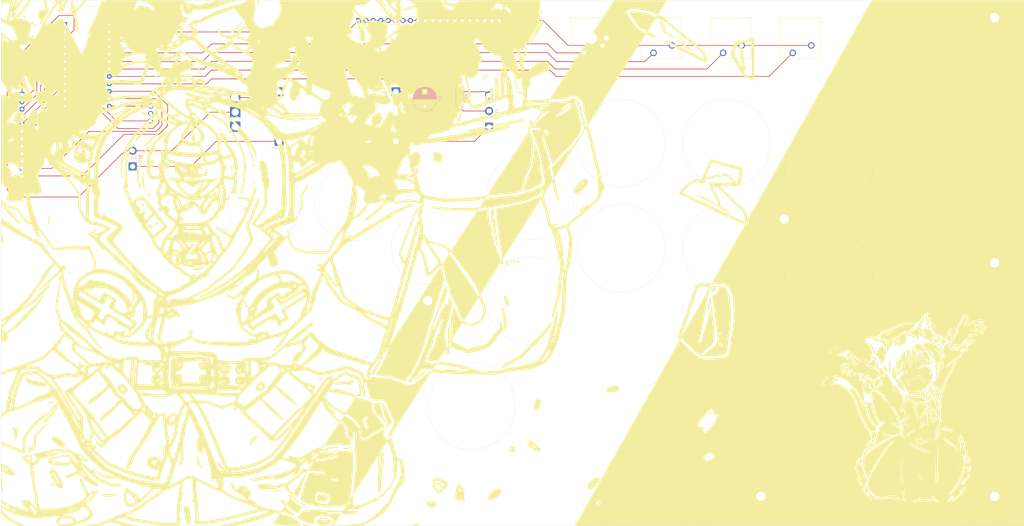
<source format=kicad_pcb>
(kicad_pcb (version 20240108) (generator "pcbnew") (generator_version "8.0")
  (layers (0 "F.Cu" signal) (31 "B.Cu" signal) (34 "B.Paste" user) (35 "F.Paste" user) (36 "B.SilkS" user "B.Silkscreen") (37 "F.SilkS" user "F.Silkscreen") (38 "B.Mask" user) (39 "F.Mask" user) (44 "Edge.Cuts" user))
  (net 0 "")
  (net 1 "19")
  (net 2 "2")
  (net 3 "25")
  (net 4 "18")
  (net 5 "20")
  (net 6 "28")
  (net 7 "1")
  (net 8 "23")
  (net 9 "27")
  (net 10 "24")
  (net 11 "26")
  (net 12 "21")
  (net 13 "17")
  (net 14 "22")
  (net 15 "Net-(BT1-+)")
  (net 16 "Net-(H1-out-)")
  (net 17 "GND2")
  (net 18 "GND1")
  (net 19 "VCC1")
  (net 24 "Net-(H1-in-)")
  (net 25 "32")
  (net 26 "29")
  (net 27 "31")
  (net 28 "30")
  (net 29 "Net-(H1-out+)")
  (net 30 "Net-(J1-Pin_2)")
  (footprint "holes:30mm_hole" (layer "F.Cu") (at 182.25 59)
    (property "Reference" "REF**" (hide yes))
    (property "Value" "30mm_hole")
    (fp_circle (center 0 0) (end 0 -15) (stroke (width 0.05)) (fill none) (layer "Edge.Cuts"))
  )
  (footprint "MountingHole:MountingHole_3.2mm_M3" (layer "F.Cu") (at 230 180)
    (property "Reference" "REF**" (hide yes))
    (property "Value" "MountingHole_3.2mm_M3")
    (pad "" np_thru_hole circle (at 0 0) (size 3.2 3.2) (drill 3.2) (layers "*.Cu" "*.Mask"))
  )
  (footprint "MountingHole:MountingHole_3.2mm_M3" (layer "F.Cu") (at -20 100)
    (property "Reference" "REF**" (hide yes))
    (property "Value" "MountingHole_3.2mm_M3")
    (pad "" np_thru_hole circle (at 0 0) (size 3.2 3.2) (drill 3.2) (layers "*.Cu" "*.Mask"))
  )
  (footprint "MountingHole:MountingHole_3.2mm_M3" (layer "F.Cu") (at 230 16)
    (property "Reference" "REF**" (hide yes))
    (property "Value" "MountingHole_3.2mm_M3")
    (pad "" np_thru_hole circle (at 0 0) (size 3.2 3.2) (drill 3.2) (layers "F&B.Cu" "*.Mask"))
  )
  (footprint "Button_Switch_Keyboard:SW_Cherry_MX_1.25u_PCB" (layer "F.Cu") (at 240.8975 28.08 180)
    (property "Reference" "SW1" (hide yes))
    (property "Value" "SW_DIP_x01")
    (pad "" np_thru_hole circle (at -7.62 5.08 180) (size 1.7 1.7) (drill 1.7) (layers "*.Cu" "*.Mask"))
    (pad "" np_thru_hole circle (at -2.54 5.08 180) (size 4 4) (drill 4) (layers "*.Cu" "*.Mask"))
    (pad "" np_thru_hole circle (at 2.54 5.08 180) (size 1.7 1.7) (drill 1.7) (layers "*.Cu" "*.Mask"))
    (pad "1" thru_hole circle (at 0 0 180) (size 2.2 2.2) (drill 1.5) (layers "*.Cu" "*.Mask") (net 12 "21"))
    (pad "2" thru_hole circle (at -6.35 2.54 180) (size 2.2 2.2) (drill 1.5) (layers "*.Cu" "*.Mask") (net 18 "GND1"))
  )
  (footprint "MountingHole:MountingHole_3.2mm_M3" (layer "F.Cu") (at 60 180)
    (property "Reference" "REF**" (hide yes))
    (property "Value" "MountingHole_3.2mm_M3")
    (pad "" np_thru_hole circle (at 0 0) (size 3.2 3.2) (drill 3.2) (layers "*.Cu" "*.Mask"))
  )
  (footprint "holes:25mm_hole" (layer "F.Cu") (at 116 95)
    (property "Reference" "REF**" (hide yes))
    (property "Value" "25mm_hole")
    (fp_circle (center 0 0) (end 0 -12.5) (stroke (width 0.05)) (fill none) (layer "Edge.Cuts"))
  )
  (footprint "MountingHole:MountingHole_3.2mm_M3" (layer "F.Cu") (at 150 50)
    (property "Reference" "REF**" (hide yes))
    (property "Value" "MountingHole_3.2mm_M3")
    (pad "" np_thru_hole circle (at 0 0) (size 3.2 3.2) (drill 3.2) (layers "*.Cu" "*.Mask"))
  )
  (footprint "Button_Switch_Keyboard:SW_Cherry_MX_1.25u_PCB" (layer "F.Cu") (at 169.46 28.08 180)
    (property "Reference" "SW4" (hide yes))
    (property "Value" "SW_DIP_x01")
    (pad "" np_thru_hole circle (at -7.62 5.08 180) (size 1.7 1.7) (drill 1.7) (layers "*.Cu" "*.Mask"))
    (pad "" np_thru_hole circle (at -2.54 5.08 180) (size 4 4) (drill 4) (layers "*.Cu" "*.Mask"))
    (pad "" np_thru_hole circle (at 2.54 5.08 180) (size 1.7 1.7) (drill 1.7) (layers "*.Cu" "*.Mask"))
    (pad "1" thru_hole circle (at 0 0 180) (size 2.2 2.2) (drill 1.5) (layers "*.Cu" "*.Mask") (net 10 "24"))
    (pad "2" thru_hole circle (at -6.35 2.54 180) (size 2.2 2.2) (drill 1.5) (layers "*.Cu" "*.Mask") (net 18 "GND1"))
  )
  (footprint "Button_Switch_Keyboard:SW_Cherry_MX_1.25u_PCB" (layer "F.Cu") (at 193.2725 28.08 180)
    (property "Reference" "SW3" (hide yes))
    (property "Value" "SW_DIP_x01")
    (pad "" np_thru_hole circle (at -7.62 5.08 180) (size 1.7 1.7) (drill 1.7) (layers "*.Cu" "*.Mask"))
    (pad "" np_thru_hole circle (at -2.54 5.08 180) (size 4 4) (drill 4) (layers "*.Cu" "*.Mask"))
    (pad "" np_thru_hole circle (at 2.54 5.08 180) (size 1.7 1.7) (drill 1.7) (layers "*.Cu" "*.Mask"))
    (pad "1" thru_hole circle (at 0 0 180) (size 2.2 2.2) (drill 1.5) (layers "*.Cu" "*.Mask") (net 8 "23"))
    (pad "2" thru_hole circle (at -6.35 2.54 180) (size 2.2 2.2) (drill 1.5) (layers "*.Cu" "*.Mask") (net 18 "GND1"))
  )
  (footprint "MountingHole:MountingHole_3.2mm_M3" (layer "F.Cu") (at 310 16)
    (property "Reference" "REF**" (hide yes))
    (property "Value" "MountingHole_3.2mm_M3")
    (pad "" np_thru_hole circle (at 0 0) (size 3.2 3.2) (drill 3.2) (layers "*.Cu" "*.Mask"))
  )
  (footprint "Arduino:Sparkfun_Pro_Micro" (layer "F.Cu") (at 7 46.32 180)
    (property "Reference" "U1" (hide yes))
    (property "Value" "Sparkfun_Pro_Micro")
    (pad "1" thru_hole rect (at 15.24 27.94 180) (size 1.6 1.6) (drill 0.8) (layers "*.Cu" "*.Mask") (net 13 "17"))
    (pad "2" thru_hole oval (at 15.24 25.4 180) (size 1.6 1.6) (drill 0.8) (layers "*.Cu" "*.Mask") (net 4 "18"))
    (pad "3" thru_hole oval (at 15.24 22.86 180) (size 1.6 1.6) (drill 0.8) (layers "*.Cu" "*.Mask") (net 17 "GND2"))
    (pad "4" thru_hole oval (at 15.24 20.32 180) (size 1.6 1.6) (drill 0.8) (layers "*.Cu" "*.Mask"))
    (pad "5" thru_hole oval (at 15.24 17.78 180) (size 1.6 1.6) (drill 0.8) (layers "*.Cu" "*.Mask") (net 1 "19"))
    (pad "6" thru_hole oval (at 15.24 15.24 180) (size 1.6 1.6) (drill 0.8) (layers "*.Cu" "*.Mask") (net 5 "20"))
    (pad "7" thru_hole oval (at 15.24 12.7 180) (size 1.6 1.6) (drill 0.8) (layers "*.Cu" "*.Mask") (net 26 "29"))
    (pad "8" thru_hole oval (at 15.24 10.16 180) (size 1.6 1.6) (drill 0.8) (layers "*.Cu" "*.Mask") (net 28 "30"))
    (pad "9" thru_hole oval (at 15.24 7.62 180) (size 1.6 1.6) (drill 0.8) (layers "*.Cu" "*.Mask") (net 27 "31"))
    (pad "10" thru_hole oval (at 15.24 5.08 180) (size 1.6 1.6) (drill 0.8) (layers "*.Cu" "*.Mask") (net 25 "32"))
    (pad "11" thru_hole oval (at 15.24 2.54 180) (size 1.6 1.6) (drill 0.8) (layers "*.Cu" "*.Mask") (net 3 "25"))
    (pad "12" thru_hole oval (at 15.24 0 180) (size 1.6 1.6) (drill 0.8) (layers "*.Cu" "*.Mask") (net 11 "26"))
    (pad "13" thru_hole oval (at 0 0 180) (size 1.6 1.6) (drill 0.8) (layers "*.Cu" "*.Mask") (net 7 "1"))
    (pad "14" thru_hole oval (at 0 2.54 180) (size 1.6 1.6) (drill 0.8) (layers "*.Cu" "*.Mask") (net 9 "27"))
    (pad "15" thru_hole oval (at 0 5.08 180) (size 1.6 1.6) (drill 0.8) (layers "*.Cu" "*.Mask") (net 6 "28"))
    (pad "16" thru_hole oval (at 0 7.62 180) (size 1.6 1.6) (drill 0.8) (layers "*.Cu" "*.Mask") (net 2 "2"))
    (pad "17" thru_hole oval (at 0 10.16 180) (size 1.6 1.6) (drill 0.8) (layers "*.Cu" "*.Mask") (net 12 "21"))
    (pad "18" thru_hole oval (at 0 12.7 180) (size 1.6 1.6) (drill 0.8) (layers "*.Cu" "*.Mask") (net 14 "22"))
    (pad "19" thru_hole oval (at 0 15.24 180) (size 1.6 1.6) (drill 0.8) (layers "*.Cu" "*.Mask") (net 8 "23"))
    (pad "20" thru_hole oval (at 0 17.78 180) (size 1.6 1.6) (drill 0.8) (layers "*.Cu" "*.Mask") (net 10 "24"))
    (pad "21" thru_hole oval (at 0 20.32 180) (size 1.6 1.6) (drill 0.8) (layers "*.Cu" "*.Mask") (net 19 "VCC1"))
    (pad "22" thru_hole oval (at 0 22.86 180) (size 1.6 1.6) (drill 0.8) (layers "*.Cu" "*.Mask"))
    (pad "23" thru_hole oval (at 0 25.4 180) (size 1.6 1.6) (drill 0.8) (layers "*.Cu" "*.Mask") (net 18 "GND1"))
    (pad "24" thru_hole oval (at 0 27.94 180) (size 1.6 1.6) (drill 0.8) (layers "*.Cu" "*.Mask"))
  )
  (footprint "MountingHole:MountingHole_3.2mm_M3" (layer "F.Cu") (at 116 113)
    (property "Reference" "REF**" (hide yes))
    (property "Value" "MountingHole_3.2mm_M3")
    (pad "" np_thru_hole circle (at 0 0) (size 3.2 3.2) (drill 3.2) (layers "F&B.Cu" "*.Mask"))
  )
  (footprint "holes:30mm_hole" (layer "F.Cu") (at 151 77)
    (property "Reference" "REF**" (hide yes))
    (property "Value" "30mm_hole")
    (fp_circle (center 0 0) (end 0 -15) (stroke (width 0.05)) (fill none) (layer "Edge.Cuts"))
  )
  (footprint "Button_Switch_Keyboard:SW_Cherry_MX_1.25u_PCB" (layer "F.Cu") (at 217.085 28.08 180)
    (property "Reference" "SW2" (hide yes))
    (property "Value" "SW_DIP_x01")
    (pad "" np_thru_hole circle (at -7.62 5.08 180) (size 1.7 1.7) (drill 1.7) (layers "*.Cu" "*.Mask"))
    (pad "" np_thru_hole circle (at -2.54 5.08 180) (size 4 4) (drill 4) (layers "*.Cu" "*.Mask"))
    (pad "" np_thru_hole circle (at 2.54 5.08 180) (size 1.7 1.7) (drill 1.7) (layers "*.Cu" "*.Mask"))
    (pad "1" thru_hole circle (at 0 0 180) (size 2.2 2.2) (drill 1.5) (layers "*.Cu" "*.Mask") (net 14 "22"))
    (pad "2" thru_hole circle (at -6.35 2.54 180) (size 2.2 2.2) (drill 1.5) (layers "*.Cu" "*.Mask") (net 18 "GND1"))
  )
  (footprint "MountingHole:MountingHole_3.2mm_M3" (layer "F.Cu") (at 310 180)
    (property "Reference" "REF**" (hide yes))
    (property "Value" "MountingHole_3.2mm_M3")
    (pad "" np_thru_hole circle (at 0 0) (size 3.2 3.2) (drill 3.2) (layers "*.Cu" "*.Mask"))
  )
  (footprint "holes:30mm_hole" (layer "F.Cu") (at 182.25 95)
    (property "Reference" "REF**" (hide yes))
    (property "Value" "30mm_hole")
    (fp_circle (center 0 0) (end 0 -15) (stroke (width 0.05)) (fill none) (layer "Edge.Cuts"))
  )
  (footprint "holes:25mm_hole" (layer "F.Cu") (at 60 80)
    (property "Reference" "REF**" (hide yes))
    (property "Value" "25mm_hole" (hide yes))
    (fp_circle (center 0 0) (end 0 -12.5) (stroke (width 0.05)) (fill none) (layer "Edge.Cuts"))
  )
  (footprint "Connector_PinSocket_2.54mm:PinSocket_1x12_P2.54mm_Vertical" (layer "F.Cu") (at -22.86 42.3)
    (property "Reference" "J4" (at 0 -2.77 0) (layer "F.SilkS"))
    (property "Value" "Conn_01x12_Socket")
    (pad "1" thru_hole rect (at 0 0) (size 1.7 1.7) (drill 1) (layers "*.Cu" "*.Mask") (net 13 "17"))
    (pad "2" thru_hole oval (at 0 2.54) (size 1.7 1.7) (drill 1) (layers "*.Cu" "*.Mask") (net 4 "18"))
    (pad "3" thru_hole oval (at 0 5.08) (size 1.7 1.7) (drill 1) (layers "*.Cu" "*.Mask") (net 1 "19"))
    (pad "4" thru_hole oval (at 0 7.62) (size 1.7 1.7) (drill 1) (layers "*.Cu" "*.Mask") (net 5 "20"))
    (pad "5" thru_hole oval (at 0 10.16) (size 1.7 1.7) (drill 1) (layers "*.Cu" "*.Mask") (net 26 "29"))
    (pad "6" thru_hole oval (at 0 12.7) (size 1.7 1.7) (drill 1) (layers "*.Cu" "*.Mask") (net 28 "30"))
    (pad "7" thru_hole oval (at 0 15.24) (size 1.7 1.7) (drill 1) (layers "*.Cu" "*.Mask") (net 27 "31"))
    (pad "8" thru_hole oval (at 0 17.78) (size 1.7 1.7) (drill 1) (layers "*.Cu" "*.Mask") (net 25 "32"))
    (pad "9" thru_hole oval (at 0 20.32) (size 1.7 1.7) (drill 1) (layers "*.Cu" "*.Mask") (net 3 "25"))
    (pad "10" thru_hole oval (at 0 22.86) (size 1.7 1.7) (drill 1) (layers "*.Cu" "*.Mask") (net 11 "26"))
    (pad "11" thru_hole oval (at 0 25.4) (size 1.7 1.7) (drill 1) (layers "*.Cu" "*.Mask") (net 9 "27"))
    (pad "12" thru_hole oval (at 0 27.94) (size 1.7 1.7) (drill 1) (layers "*.Cu" "*.Mask") (net 6 "28"))
  )
  (footprint "MountingHole:MountingHole_3.2mm_M3" (layer "F.Cu") (at -20 16)
    (property "Reference" "REF**" (hide yes))
    (property "Value" "MountingHole_3.2mm_M3")
    (pad "" np_thru_hole circle (at 0 0) (size 3.2 3.2) (drill 3.2) (layers "*.Cu" "*.Mask"))
  )
  (footprint "holes:30mm_hole" (layer "F.Cu") (at 151 113)
    (property "Reference" "REF**" (hide yes))
    (property "Value" "30mm_hole")
    (fp_circle (center 0 0) (end 0 -15) (stroke (width 0.05)) (fill none) (layer "Edge.Cuts"))
  )
  (footprint "MountingHole:MountingHole_3.2mm_M3" (layer "F.Cu") (at 60 16)
    (property "Reference" "REF**" (hide yes))
    (property "Value" "MountingHole_3.2mm_M3")
    (pad "" np_thru_hole circle (at 0 0) (size 3.2 3.2) (drill 3.2) (layers "F&B.Cu" "*.Mask"))
  )
  (footprint "LOGO" (layer "F.Cu") (at 145.000934 100.090866)
    (property "Reference" "G***" (at 0 0 0) (layer "F.SilkS") (effects (font (size 1.5 1.5) (thickness 0.3))))
    (property "Value" "LOGO" (hide yes))
  )
  (footprint "holes:30mm_hole" (layer "F.Cu") (at 253.25 68)
    (property "Reference" "REF**" (hide yes))
    (property "Value" "30mm_hole")
    (fp_circle (center 0 0) (end 0 -15) (stroke (width 0.05)) (fill none) (layer "Edge.Cuts"))
  )
  (footprint "holes:25mm_hole" (layer "F.Cu") (at 90 80)
    (property "Reference" "REF**" (hide yes))
    (property "Value" "25mm_hole")
    (fp_circle (center 0 0) (end 0 -12.5) (stroke (width 0.05)) (fill none) (layer "Edge.Cuts"))
  )
  (footprint "holes:30mm_hole" (layer "F.Cu") (at 253.25 104)
    (property "Reference" "REF**" (hide yes))
    (property "Value" "30mm_hole")
    (fp_circle (center 0 0) (end 0 -15) (stroke (width 0.05)) (fill none) (layer "Edge.Cuts"))
  )
  (footprint "Connector_PinSocket_2.54mm:PinSocket_1x20_P2.54mm_Vertical" (layer "F.Cu") (at 92.3 17 90)
    (property "Reference" "J5" (hide yes))
    (property "Value" "Conn_01x20")
    (pad "1" thru_hole rect (at 0 0 90) (size 1.7 1.7) (drill 1) (layers "*.Cu" "*.Mask") (net 18 "GND1"))
    (pad "2" thru_hole oval (at 0 2.54 90) (size 1.7 1.7) (drill 1) (layers "*.Cu" "*.Mask") (net 18 "GND1"))
    (pad "3" thru_hole oval (at 0 5.08 90) (size 1.7 1.7) (drill 1) (layers "*.Cu" "*.Mask") (net 18 "GND1"))
    (pad "4" thru_hole oval (at 0 7.62 90) (size 1.7 1.7) (drill 1) (layers "*.Cu" "*.Mask") (net 18 "GND1"))
    (pad "5" thru_hole oval (at 0 10.16 90) (size 1.7 1.7) (drill 1) (layers "*.Cu" "*.Mask") (net 18 "GND1"))
    (pad "6" thru_hole oval (at 0 12.7 90) (size 1.7 1.7) (drill 1) (layers "*.Cu" "*.Mask") (net 18 "GND1"))
    (pad "7" thru_hole oval (at 0 15.24 90) (size 1.7 1.7) (drill 1) (layers "*.Cu" "*.Mask") (net 18 "GND1"))
    (pad "8" thru_hole oval (at 0 17.78 90) (size 1.7 1.7) (drill 1) (layers "*.Cu" "*.Mask") (net 18 "GND1"))
    (pad "9" thru_hole oval (at 0 20.32 90) (size 1.7 1.7) (drill 1) (layers "*.Cu" "*.Mask") (net 18 "GND1"))
    (pad "10" thru_hole oval (at 0 22.86 90) (size 1.7 1.7) (drill 1) (layers "*.Cu" "*.Mask") (net 18 "GND1"))
    (pad "11" thru_hole oval (at 0 25.4 90) (size 1.7 1.7) (drill 1) (layers "*.Cu" "*.Mask") (net 18 "GND1"))
    (pad "12" thru_hole oval (at 0 27.94 90) (size 1.7 1.7) (drill 1) (layers "*.Cu" "*.Mask") (net 18 "GND1"))
    (pad "13" thru_hole oval (at 0 30.48 90) (size 1.7 1.7) (drill 1) (layers "*.Cu" "*.Mask") (net 18 "GND1"))
    (pad "14" thru_hole oval (at 0 33.02 90) (size 1.7 1.7) (drill 1) (layers "*.Cu" "*.Mask") (net 18 "GND1"))
    (pad "15" thru_hole oval (at 0 35.56 90) (size 1.7 1.7) (drill 1) (layers "*.Cu" "*.Mask") (net 18 "GND1"))
    (pad "16" thru_hole oval (at 0 38.1 90) (size 1.7 1.7) (drill 1) (layers "*.Cu" "*.Mask") (net 18 "GND1"))
    (pad "17" thru_hole oval (at 0 40.64 90) (size 1.7 1.7) (drill 1) (layers "*.Cu" "*.Mask") (net 18 "GND1"))
    (pad "18" thru_hole oval (at 0 43.18 90) (size 1.7 1.7) (drill 1) (layers "*.Cu" "*.Mask") (net 18 "GND1"))
    (pad "19" thru_hole oval (at 0 45.72 90) (size 1.7 1.7) (drill 1) (layers "*.Cu" "*.Mask") (net 18 "GND1"))
    (pad "20" thru_hole oval (at 0 48.26 90) (size 1.7 1.7) (drill 1) (layers "*.Cu" "*.Mask") (net 18 "GND1"))
  )
  (footprint "holes:30mm_hole" (layer "F.Cu") (at 131 149)
    (property "Reference" "REF**" (hide yes))
    (property "Value" "30mm_hole")
    (fp_circle (center 0 0) (end 0 -15) (stroke (width 0.05)) (fill none) (layer "Edge.Cuts"))
  )
  (footprint "MountingHole:MountingHole_3.2mm_M3" (layer "F.Cu") (at -20 180)
    (property "Reference" "REF**" (hide yes))
    (property "Value" "MountingHole_3.2mm_M3")
    (pad "" np_thru_hole circle (at 0 0) (size 3.2 3.2) (drill 3.2) (layers "*.Cu" "*.Mask"))
  )
  (footprint "MountingHole:MountingHole_3.2mm_M3" (layer "F.Cu") (at 310 100)
    (property "Reference" "REF**" (hide yes))
    (property "Value" "MountingHole_3.2mm_M3")
    (pad "" np_thru_hole circle (at 0 0) (size 3.2 3.2) (drill 3.2) (layers "*.Cu" "*.Mask"))
  )
  (footprint "MountingHole:MountingHole_3.2mm_M3" (layer "F.Cu") (at 130 180)
    (property "Reference" "REF**" (hide yes))
    (property "Value" "MountingHole_3.2mm_M3")
    (pad "" np_thru_hole circle (at 0 0) (size 3.2 3.2) (drill 3.2) (layers "*.Cu" "*.Mask"))
  )
  (footprint "MountingHole:MountingHole_3.2mm_M3" (layer "F.Cu") (at 200 77)
    (property "Reference" "REF**" (hide yes))
    (property "Value" "MountingHole_3.2mm_M3")
    (pad "" np_thru_hole circle (at 0 0) (size 3.2 3.2) (drill 3.2) (layers "F&B.Cu" "*.Mask"))
  )
  (footprint "MountingHole:MountingHole_3.2mm_M3" (layer "F.Cu") (at 70 100)
    (property "Reference" "REF**" (hide yes))
    (property "Value" "MountingHole_3.2mm_M3")
    (pad "" np_thru_hole circle (at 0 0) (size 3.2 3.2) (drill 3.2) (layers "F&B.Cu" "*.Mask"))
  )
  (footprint "MountingHole:MountingHole_3.2mm_M3" (layer "F.Cu") (at 238 85)
    (property "Reference" "REF**" (hide yes))
    (property "Value" "MountingHole_3.2mm_M3")
    (pad "" np_thru_hole circle (at 0 0) (size 3.2 3.2) (drill 3.2) (layers "F&B.Cu" "*.Mask"))
  )
  (footprint "holes:30mm_hole" (layer "F.Cu") (at 218.25 59)
    (property "Reference" "REF**" (hide yes))
    (property "Value" "30mm_hole")
    (fp_circle (center 0 0) (end 0 -15) (stroke (width 0.05)) (fill none) (layer "Edge.Cuts"))
  )
  (footprint "holes:30mm_hole" (layer "F.Cu") (at 218.25 95)
    (property "Reference" "REF**" (hide yes))
    (property "Value" "30mm_hole")
    (fp_circle (center 0 0) (end 0 -15) (stroke (width 0.05)) (fill none) (layer "Edge.Cuts"))
  )
  (footprint "Connector_Wire:SolderWire-1sqmm_1x02_P5.4mm_D1.4mm_OD2.7mm" (layer "B.Cu") (at 15 67 90)
    (property "Reference" "BT1" (at 2.7 2.58 -90) (layer "B.SilkS") (effects (justify mirror)))
    (property "Value" "Battery")
    (pad "1" thru_hole roundrect (at 0 0 90) (size 2.75 2.75) (drill 1.75) (layers "*.Cu" "*.Mask") (roundrect_rratio 0.090909) (net 15 "Net-(BT1-+)"))
    (pad "2" thru_hole circle (at 5.4 0 90) (size 2.75 2.75) (drill 1.75) (layers "*.Cu" "*.Mask") (net 17 "GND2"))
  )
  (footprint "Capacitor_THT:CP_Radial_D8.0mm_P5.00mm" (layer "B.Cu") (at 115 46.402651 90)
    (property "Reference" "C1" (at 2.5 5.25 -90) (layer "B.SilkS") (effects (justify mirror)))
    (property "Value" "C")
    (pad "1" thru_hole rect (at 0 0 90) (size 1.6 1.6) (drill 0.8) (layers "*.Cu" "*.Mask") (net 29 "Net-(H1-out+)"))
    (pad "2" thru_hole circle (at 5 0 90) (size 1.6 1.6) (drill 0.8) (layers "*.Cu" "*.Mask") (net 16 "Net-(H1-out-)"))
  )
  (footprint "Connector_Wire:SolderWire-1sqmm_1x03_P5.4mm_D1.4mm_OD2.7mm" (layer "B.Cu") (at 137 53.4 90)
    (property "Reference" "J1" (at 5.4 2.58 -90) (layer "B.SilkS") (effects (justify mirror)))
    (property "Value" "Conn_01x03_Pin")
    (pad "1" thru_hole roundrect (at 0 0 90) (size 2.75 2.75) (drill 1.75) (layers "*.Cu" "*.Mask") (roundrect_rratio 0.090909) (net 29 "Net-(H1-out+)"))
    (pad "2" thru_hole circle (at 5.4 0 90) (size 2.75 2.75) (drill 1.75) (layers "*.Cu" "*.Mask") (net 30 "Net-(J1-Pin_2)"))
    (pad "3" thru_hole circle (at 10.8 0 90) (size 2.75 2.75) (drill 1.75) (layers "*.Cu" "*.Mask") (net 16 "Net-(H1-out-)"))
  )
  (footprint "funny:cw020" (layer "B.Cu") (at 16.1 57.4)
    (property "Reference" "R3" (at -0.68 6.5 180) (layer "B.SilkS") (effects (font (thickness 0.1)) (justify mirror)))
    (property "Value" "~")
    (pad "1" thru_hole circle (at 5 -6) (size 1.7 1.7) (drill 1.2) (layers "*.Cu" "*.Mask") (net 19 "VCC1"))
    (pad "2" thru_hole circle (at 5.08 -8.54) (size 1.7 1.7) (drill 1.2) (layers "*.Cu" "*.Mask") (net 18 "GND1"))
    (pad "3" thru_hole circle (at 5.08 -11.08) (size 1.7 1.7) (drill 1.2) (layers "*.Cu" "*.Mask") (net 7 "1"))
    (pad "4" thru_hole rect (at 34 -4) (size 3.5 3.5) (drill 2.5) (layers "*.Cu" "*.Mask"))
    (pad "5" thru_hole rect (at 34 -9) (size 3.5 3.5) (drill 2.5) (layers "*.Cu" "*.Mask") (net 17 "GND2"))
    (pad "6" thru_hole rect (at 34 -14) (size 3.5 3.5) (drill 2.5) (layers "*.Cu" "*.Mask") (net 24 "Net-(H1-in-)"))
  )
  (footprint "funny:hw411" (layer "B.Cu") (at 63.6 59.9)
    (property "Reference" "H1" (at 0 0.5 180) (layer "B.SilkS") (effects (font (thickness 0.1)) (justify mirror)))
    (property "Value" "~")
    (pad "1" thru_hole rect (at 1.5 -1.5) (size 3 3) (drill 2) (layers "*.Cu" "*.Mask") (net 15 "Net-(BT1-+)"))
    (pad "2" thru_hole rect (at 1.5 -18.5) (size 3 3) (drill 2) (layers "*.Cu" "*.Mask") (net 24 "Net-(H1-in-)"))
    (pad "3" thru_hole rect (at 41.5 -1.5) (size 3 3) (drill 2) (layers "*.Cu" "*.Mask") (net 29 "Net-(H1-out+)"))
    (pad "4" thru_hole rect (at 41.5 -18.5) (size 3 3) (drill 2) (layers "*.Cu" "*.Mask") (net 16 "Net-(H1-out-)"))
  )
  (footprint "Resistor_THT:R_Axial_DIN0207_L6.3mm_D2.5mm_P7.62mm_Horizontal" (layer "B.Cu") (at 127 46.81 90)
    (property "Reference" "R2" (at 3.81 2.37 -90) (layer "B.SilkS") (effects (justify mirror)))
    (property "Value" "R")
    (pad "1" thru_hole circle (at 0 0 90) (size 1.6 1.6) (drill 0.8) (layers "*.Cu" "*.Mask") (net 30 "Net-(J1-Pin_2)"))
    (pad "2" thru_hole oval (at 7.62 0 90) (size 1.6 1.6) (drill 0.8) (layers "*.Cu" "*.Mask") (net 2 "2"))
  )
  (gr_poly (pts (xy 166.63427 189.655108) (xy 166.500934 190.090866) (xy 320.000934 190.090866) (xy 320.006934 190.006866) (xy 166.661723 189.656713)) (stroke (width 0.1)) (fill solid) (layer "F.SilkS"))
  (gr_rect (start -30 10) (end 320 190) (stroke (width 0.05)) (fill none) (layer "Edge.Cuts"))
  (segment (start -8.24 28.54) (end -17.78 38.08) (width 0.2) (layer "F.Cu") (net 1))
  (segment (start -17.78 38.08) (end -17.78 42.3) (width 0.2) (layer "F.Cu") (net 1))
  (segment (start -17.78 42.3) (end -22.86 47.38) (width 0.2) (layer "F.Cu") (net 1))
  (segment (start 7 38.7) (end 7.51 38.19) (width 0.2) (layer "F.Cu") (net 2))
  (segment (start 124.81 37) (end 127 39.19) (width 0.2) (layer "F.Cu") (net 2))
  (segment (start 40.3 38.7) (end 42 37) (width 0.2) (layer "F.Cu") (net 2))
  (segment (start 42 37) (end 124.81 37) (width 0.2) (layer "F.Cu") (net 2))
  (segment (start 7 38.7) (end 40.3 38.7) (width 0.2) (layer "F.Cu") (net 2))
  (segment (start -8.24 43.78) (end -10.16 45.7) (width 0.2) (layer "F.Cu") (net 3))
  (segment (start -10.16 45.7) (end -10.16 52.07) (width 0.2) (layer "F.Cu") (net 3))
  (segment (start -20.71 62.62) (end -22.86 62.62) (width 0.2) (layer "F.Cu") (net 3))
  (segment (start -10.16 52.07) (end -20.71 62.62) (width 0.2) (layer "F.Cu") (net 3))
  (segment (start -19.05 41.03) (end -22.86 44.84) (width 0.2) (layer "F.Cu") (net 4))
  (segment (start -19.05 31.73) (end -19.05 41.03) (width 0.2) (layer "F.Cu") (net 4))
  (segment (start -8.24 20.92) (end -19.05 31.73) (width 0.2) (layer "F.Cu") (net 4))
  (segment (start -8.24 31.08) (end -16.51 39.35) (width 0.2) (layer "F.Cu") (net 5))
  (segment (start -16.51 39.35) (end -16.51 43.57) (width 0.2) (layer "F.Cu") (net 5))
  (segment (start -16.51 43.57) (end -22.86 49.92) (width 0.2) (layer "F.Cu") (net 5))
  (segment (start -2.24 70.24) (end -22.86 70.24) (width 0.2) (layer "F.Cu") (net 6))
  (segment (start 27 53) (end 24 56) (width 0.2) (layer "F.Cu") (net 6))
  (segment (start 22.24 41.24) (end 27 46) (width 0.2) (layer "F.Cu") (net 6))
  (segment (start 7 41.24) (end 22.24 41.24) (width 0.2) (layer "F.Cu") (net 6))
  (segment (start 12 56) (end -2.24 70.24) (width 0.2) (layer "F.Cu") (net 6))
  (segment (start 24 56) (end 12 56) (width 0.2) (layer "F.Cu") (net 6))
  (segment (start 27 46) (end 27 53) (width 0.2) (layer "F.Cu") (net 6))
  (segment (start 21.18 46.32) (end 7 46.32) (width 0.2) (layer "F.Cu") (net 7))
  (segment (start 7.4 45.92) (end 7 46.32) (width 0.2) (layer "F.Cu") (net 7))
  (segment (start 42 28) (end 38.92 31.08) (width 0.2) (layer "F.Cu") (net 8))
  (segment (start 160.08 31.08) (end 157 28) (width 0.2) (layer "F.Cu") (net 8))
  (segment (start 193.2725 28.08) (end 190.2725 31.08) (width 0.2) (layer "F.Cu") (net 8))
  (segment (start 38.92 31.08) (end 7 31.08) (width 0.2) (layer "F.Cu") (net 8))
  (segment (start 190.2725 31.08) (end 160.08 31.08) (width 0.2) (layer "F.Cu") (net 8))
  (segment (start 157 28) (end 42 28) (width 0.2) (layer "F.Cu") (net 8))
  (segment (start 23 55) (end 0 55) (width 0.2) (layer "F.Cu") (net 9))
  (segment (start 22.78 43.78) (end 25 46) (width 0.2) (layer "F.Cu") (net 9))
  (segment (start 25 46) (end 25 53) (width 0.2) (layer "F.Cu") (net 9))
  (segment (start 0 55) (end -12.7 67.7) (width 0.2) (layer "F.Cu") (net 9))
  (segment (start 7 43.78) (end 22.78 43.78) (width 0.2) (layer "F.Cu") (net 9))
  (segment (start -12.7 67.7) (end -22.86 67.7) (width 0.2) (layer "F.Cu") (net 9))
  (segment (start 25 53) (end 23 55) (width 0.2) (layer "F.Cu") (net 9))
  (segment (start 157 25) (end 42 25) (width 0.2) (layer "F.Cu") (net 10))
  (segment (start 42 25) (end 39 28) (width 0.2) (layer "F.Cu") (net 10))
  (segment (start 7.46 28.08) (end 7 28.54) (width 0.2) (layer "F.Cu") (net 10))
  (segment (start 169.46 28.08) (end 160.08 28.08) (width 0.2) (layer "F.Cu") (net 10))
  (segment (start 39 28.08) (end 7.46 28.08) (width 0.2) (layer "F.Cu") (net 10))
  (segment (start 39 28) (end 39 28.08) (width 0.2) (layer "F.Cu") (net 10))
  (segment (start 160.08 28.08) (end 157 25) (width 0.2) (layer "F.Cu") (net 10))
  (segment (start -8.255 55.245) (end -18.17 65.16) (width 0.2) (layer "F.Cu") (net 11))
  (segment (start -8.255 52.705) (end -8.255 55.245) (width 0.2) (layer "F.Cu") (net 11))
  (segment (start -8.24 52.69) (end -8.255 52.705) (width 0.2) (layer "F.Cu") (net 11))
  (segment (start -18.17 65.16) (end -22.86 65.16) (width 0.2) (layer "F.Cu") (net 11))
  (segment (start -8.24 46.32) (end -8.24 52.69) (width 0.2) (layer "F.Cu") (net 11))
  (segment (start 232.84 36.16) (end 233 36) (width 0.2) (layer "F.Cu") (net 12))
  (segment (start 7 36.16) (end 39.84 36.16) (width 0.2) (layer "F.Cu") (net 12))
  (segment (start 160 36.16) (end 232.84 36.16) (width 0.2) (layer "F.Cu") (net 12))
  (segment (start 233 36) (end 233 35.9775) (width 0.2) (layer "F.Cu") (net 12))
  (segment (start 42 34) (end 157.84 34) (width 0.2) (layer "F.Cu") (net 12))
  (segment (start 39.84 36.16) (end 42 34) (width 0.2) (layer "F.Cu") (net 12))
  (segment (start 233 35.9775) (end 240.8975 28.08) (width 0.2) (layer "F.Cu") (net 12))
  (segment (start 157.84 34) (end 160 36.16) (width 0.2) (layer "F.Cu") (net 12))
  (segment (start -8.24 18.38) (end -22.86 33) (width 0.2) (layer "F.Cu") (net 13))
  (segment (start -22.86 33) (end -22.86 42.3) (width 0.2) (layer "F.Cu") (net 13))
  (segment (start 211.545 33.62) (end 217.085 28.08) (width 0.2) (layer "F.Cu") (net 14))
  (segment (start 42 31) (end 157 31) (width 0.2) (layer "F.Cu") (net 14))
  (segment (start 159.62 33.62) (end 211.545 33.62) (width 0.2) (layer "F.Cu") (net 14))
  (segment (start 7 33.62) (end 39.38 33.62) (width 0.2) (layer "F.Cu") (net 14))
  (segment (start 39.38 33.62) (end 42 31) (width 0.2) (layer "F.Cu") (net 14))
  (segment (start 157 31) (end 159.62 33.62) (width 0.2) (layer "F.Cu") (net 14))
  (segment (start 65.1 58.4) (end 43.6 58.4) (width 0.2) (layer "F.Cu") (net 15))
  (segment (start 35 67) (end 15 67) (width 0.2) (layer "F.Cu") (net 15))
  (segment (start 43.6 58.4) (end 35 67) (width 0.2) (layer "F.Cu") (net 15))
  (segment (start 135.802651 41.402651) (end 137 42.6) (width 0.2) (layer "F.Cu") (net 16))
  (segment (start 105.1 41.4) (end 114.997349 41.4) (width 0.2) (layer "F.Cu") (net 16))
  (segment (start 114.997349 41.4) (end 115 41.402651) (width 0.2) (layer "F.Cu") (net 16))
  (segment (start 115 41.402651) (end 135.802651 41.402651) (width 0.2) (layer "F.Cu") (net 16))
  (segment (start 136.202651 41.802651) (end 137 42.6) (width 0.2) (layer "B.Cu") (net 16))
  (segment (start 50.1 48.4) (end 41.6 48.4) (width 0.2) (layer "F.Cu") (net 17))
  (segment (start -5.08 15.24) (end -5.08 20.3) (width 0.2) (layer "F.Cu") (net 17))
  (segment (start -27.94 74.93) (end -27.94 33.02) (width 0.2) (layer "F.Cu") (net 17))
  (segment (start -27.94 33.02) (end -10.16 15.24) (width 0.2) (layer "F.Cu") (net 17))
  (segment (start -10.16 15.24) (end -5.08 15.24) (width 0.2) (layer "F.Cu") (net 17))
  (segment (start -5.08 20.3) (end -8.24 23.46) (width 0.2) (layer "F.Cu") (net 17))
  (segment (start 15 61.6) (end 12.4 61.6) (width 0.2) (layer "F.Cu") (net 17))
  (segment (start 41.6 48.4) (end 28.4 61.6) (width 0.2) (layer "F.Cu") (net 17))
  (segment (start -25.4 77.47) (end -27.94 74.93) (width 0.2) (layer "F.Cu") (net 17))
  (segment (start -3.47 77.47) (end -25.4 77.47) (width 0.2) (layer "F.Cu") (net 17))
  (segment (start 12.4 61.6) (end -3.47 77.47) (width 0.2) (layer "F.Cu") (net 17))
  (segment (start 28.4 61.6) (end 15 61.6) (width 0.2) (layer "F.Cu") (net 17))
  (segment (start 132.94 17) (end 130.4 17) (width 0.2) (layer "F.Cu") (net 18))
  (segment (start 155.46 17) (end 140.56 17) (width 0.2) (layer "F.Cu") (net 18))
  (segment (start 2 46) (end 10 54) (width 0.2) (layer "F.Cu") (net 18))
  (segment (start 247.2475 25.54) (end 223.435 25.54) (width 0.2) (layer "F.Cu") (net 18))
  (segment (start 125.32 17) (end 122.78 17) (width 0.2) (layer "F.Cu") (net 18))
  (segment (start 122.78 17) (end 120.24 17) (width 0.2) (layer "F.Cu") (net 18))
  (segment (start 107.54 17) (end 110.08 17) (width 0.2) (layer "F.Cu") (net 18))
  (segment (start 135.48 17) (end 132.94 17) (width 0.2) (layer "F.Cu") (net 18))
  (segment (start 138.02 17) (end 140.16 17) (width 0.2) (layer "F.Cu") (net 18))
  (segment (start 7 20.92) (end 2 25.92) (width 0.2) (layer "F.Cu") (net 18))
  (segment (start 199.6225 25.54) (end 223.435 25.54) (width 0.2) (layer "F.Cu") (net 18))
  (segment (start 88.38 20.92) (end 92.3 17) (width 0.2) (layer "F.Cu") (net 18))
  (segment (start 97.38 17) (end 94.84 17) (width 0.2) (layer "F.Cu") (net 18))
  (segment (start 115.16 17) (end 112.62 17) (width 0.2) (layer "F.Cu") (net 18))
  (segment (start 105 17) (end 102.46 17) (width 0.2) (layer "F.Cu") (net 18))
  (segment (start 140.81 16.75) (end 140.56 17) (width 0.2) (layer "F.Cu") (net 18))
  (segment (start 7 20.92) (end 88.38 20.92) (width 0.2) (layer "F.Cu") (net 18))
  (segment (start 22 54) (end 24 52) (width 0.2) (layer "F.Cu") (net 18))
  (segment (start 107.54 17) (end 105 17) (width 0.2) (layer "F.Cu") (net 18))
  (segment (start 130.4 17) (end 127.86 17) (width 0.2) (layer "F.Cu") (net 18))
  (segment (start 112.62 17) (end 110.08 17) (width 0.2) (layer "F.Cu") (net 18))
  (segment (start 24 50) (end 22.86 48.86) (width 0.2) (layer "F.Cu") (net 18))
  (segment (start 24 52) (end 24 50) (width 0.2) (layer "F.Cu") (net 18))
  (segment (start 127.86 17) (end 125.32 17) (width 0.2) (layer "F.Cu") (net 18))
  (segment (start 199.6225 25.54) (end 175.81 25.54) (width 0.2) (layer "F.Cu") (net 18))
  (segment (start 175.81 25.54) (end 164 25.54) (width 0.2) (layer "F.Cu") (net 18))
  (segment (start 164 25.54) (end 155.46 17) (width 0.2) (layer "F.Cu") (net 18))
  (segment (start 94.84 17) (end 92.3 17) (width 0.2) (layer "F.Cu") (net 18))
  (segment (start 138.02 17) (end 135.48 17) (width 0.2) (layer "F.Cu") (net 18))
  (segment (start 102.46 17) (end 99.92 17) (width 0.2) (layer "F.Cu") (net 18))
  (segment (start 10 54) (end 22 54) (width 0.2) (layer "F.Cu") (net 18))
  (segment (start 2 25.92) (end 2 46) (width 0.2) (layer "F.Cu") (net 18))
  (segment (start 120.24 17) (end 117.7 17) (width 0.2) (layer "F.Cu") (net 18))
  (segment (start 97.38 17) (end 99.92 17) (width 0.2) (layer "F.Cu") (net 18))
  (segment (start 115.16 17) (end 117.7 17) (width 0.2) (layer "F.Cu") (net 18))
  (segment (start 22.86 48.86) (end 21.18 48.86) (width 0.2) (layer "F.Cu") (net 18))
  (segment (start 4 46) (end 9.4 51.4) (width 0.2) (layer "F.Cu") (net 19))
  (segment (start 9.4 51.4) (end 21.1 51.4) (width 0.2) (layer "F.Cu") (net 19))
  (segment (start 7 26) (end 4 29) (width 0.2) (layer "F.Cu") (net 19))
  (segment (start 4 29) (end 4 46) (width 0.2) (layer "F.Cu") (net 19))
  (segment (start 50.1 43.4) (end 50.1 43.6) (width 0.2) (layer "F.Cu") (net 24))
  (segment (start 50.1 43.4) (end 63.1 43.4) (width 0.2) (layer "F.Cu") (net 24))
  (segment (start 63.1 43.4) (end 65.1 41.4) (width 0.2) (layer "F.Cu") (net 24))
  (segment (start -8.24 41.24) (end -11.43 44.43) (width 0.2) (layer "F.Cu") (net 25))
  (segment (start -11.43 44.43) (end -11.43 48.65) (width 0.2) (layer "F.Cu") (net 25))
  (segment (start -11.43 48.65) (end -22.86 60.08) (width 0.2) (layer "F.Cu") (net 25))
  (segment (start -15.24 40.62) (end -15.24 44.84) (width 0.2) (layer "F.Cu") (net 26))
  (segment (start -15.24 44.84) (end -22.86 52.46) (width 0.2) (layer "F.Cu") (net 26))
  (segment (start -8.24 33.62) (end -15.24 40.62) (width 0.2) (layer "F.Cu") (net 26))
  (segment (start -12.7 47.38) (end -22.86 57.54) (width 0.2) (layer "F.Cu") (net 27))
  (segment (start -12.7 43.16) (end -12.7 47.38) (width 0.2) (layer "F.Cu") (net 27))
  (segment (start -8.24 38.7) (end -12.7 43.16) (width 0.2) (layer "F.Cu") (net 27))
  (segment (start -13.97 41.89) (end -13.97 46.11) (width 0.2) (layer "F.Cu") (net 28))
  (segment (start -8.24 36.16) (end -13.97 41.89) (width 0.2) (layer "F.Cu") (net 28))
  (segment (start -13.97 46.11) (end -22.86 55) (width 0.2) (layer "F.Cu") (net 28))
  (segment (start 105.1 58.4) (end 115 58.4) (width 0.2) (layer "F.Cu") (net 29))
  (segment (start 115 58.4) (end 132 58.4) (width 0.2) (layer "F.Cu") (net 29))
  (segment (start 115 46.402651) (end 115 58.4) (width 0.2) (layer "F.Cu") (net 29))
  (segment (start 132 58.4) (end 137 53.4) (width 0.2) (layer "F.Cu") (net 29))
  (segment (start 127 46.81) (end 128.19 48) (width 0.2) (layer "F.Cu") (net 30))
  (segment (start 128.19 48) (end 137 48) (width 0.2) (layer "F.Cu") (net 30))
  (segment (start 136.59 47.59) (end 137 48) (width 0.2) (layer "B.Cu") (net 30))
)
</source>
